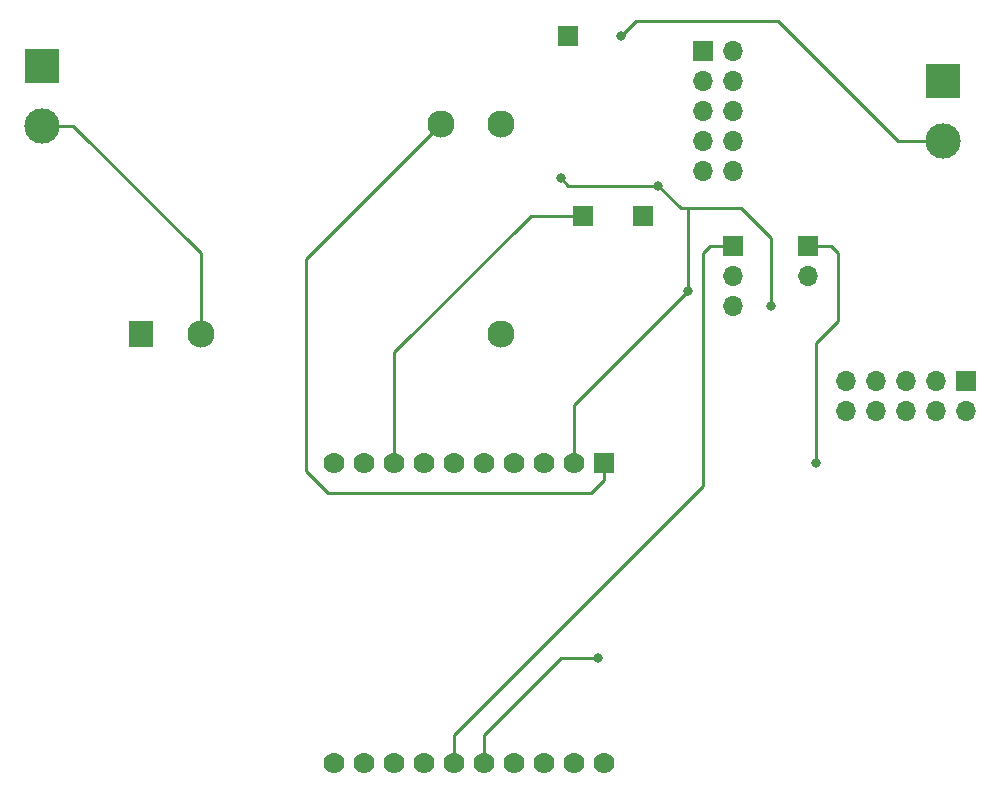
<source format=gbl>
G04 #@! TF.GenerationSoftware,KiCad,Pcbnew,(6.0.0-0)*
G04 #@! TF.CreationDate,2022-10-12T14:44:47+02:00*
G04 #@! TF.ProjectId,prototype-2,70726f74-6f74-4797-9065-2d322e6b6963,rev?*
G04 #@! TF.SameCoordinates,Original*
G04 #@! TF.FileFunction,Copper,L2,Bot*
G04 #@! TF.FilePolarity,Positive*
%FSLAX46Y46*%
G04 Gerber Fmt 4.6, Leading zero omitted, Abs format (unit mm)*
G04 Created by KiCad (PCBNEW (6.0.0-0)) date 2022-10-12 14:44:47*
%MOMM*%
%LPD*%
G01*
G04 APERTURE LIST*
G04 #@! TA.AperFunction,ComponentPad*
%ADD10R,1.700000X1.700000*%
G04 #@! TD*
G04 #@! TA.AperFunction,ComponentPad*
%ADD11O,1.700000X1.700000*%
G04 #@! TD*
G04 #@! TA.AperFunction,ComponentPad*
%ADD12R,1.778000X1.778000*%
G04 #@! TD*
G04 #@! TA.AperFunction,ComponentPad*
%ADD13C,1.778000*%
G04 #@! TD*
G04 #@! TA.AperFunction,ComponentPad*
%ADD14R,2.000000X2.300000*%
G04 #@! TD*
G04 #@! TA.AperFunction,ComponentPad*
%ADD15C,2.300000*%
G04 #@! TD*
G04 #@! TA.AperFunction,ComponentPad*
%ADD16R,3.000000X3.000000*%
G04 #@! TD*
G04 #@! TA.AperFunction,ComponentPad*
%ADD17C,3.000000*%
G04 #@! TD*
G04 #@! TA.AperFunction,ViaPad*
%ADD18C,0.800000*%
G04 #@! TD*
G04 #@! TA.AperFunction,Conductor*
%ADD19C,0.250000*%
G04 #@! TD*
G04 APERTURE END LIST*
D10*
X176530000Y-71115000D03*
D11*
X176530000Y-73655000D03*
D10*
X156210000Y-53340000D03*
X167640000Y-54610000D03*
D11*
X170180000Y-54610000D03*
X167640000Y-57150000D03*
X170180000Y-57150000D03*
X167640000Y-59690000D03*
X170180000Y-59690000D03*
X167640000Y-62230000D03*
X170180000Y-62230000D03*
X167640000Y-64770000D03*
X170180000Y-64770000D03*
D12*
X159255000Y-89495000D03*
D13*
X156715000Y-89495000D03*
X154175000Y-89495000D03*
X151635000Y-89495000D03*
X149095000Y-89495000D03*
X146555000Y-89495000D03*
X144015000Y-89495000D03*
X141475000Y-89495000D03*
X138935000Y-89495000D03*
X136395000Y-89495000D03*
X136395000Y-114895000D03*
X138935000Y-114895000D03*
X141475000Y-114895000D03*
X144015000Y-114895000D03*
X146555000Y-114895000D03*
X149095000Y-114895000D03*
X151635000Y-114895000D03*
X154175000Y-114895000D03*
X156715000Y-114895000D03*
X159255000Y-114895000D03*
D10*
X162560000Y-68580000D03*
D14*
X120015000Y-78597500D03*
D15*
X125095000Y-78597500D03*
X150495000Y-78597500D03*
X150495000Y-60817500D03*
X145415000Y-60817500D03*
D10*
X189865000Y-82550000D03*
D11*
X189865000Y-85090000D03*
X187325000Y-82550000D03*
X187325000Y-85090000D03*
X184785000Y-82550000D03*
X184785000Y-85090000D03*
X182245000Y-82550000D03*
X182245000Y-85090000D03*
X179705000Y-82550000D03*
X179705000Y-85090000D03*
D10*
X157480000Y-68580000D03*
X170180000Y-71135000D03*
D11*
X170180000Y-73675000D03*
X170180000Y-76215000D03*
D16*
X187960000Y-57150000D03*
D17*
X187960000Y-62230000D03*
D16*
X111625000Y-55880000D03*
D17*
X111625000Y-60960000D03*
D18*
X166370000Y-74930000D03*
X163830000Y-66040000D03*
X155575000Y-65405000D03*
X173355000Y-76200000D03*
X177165000Y-89535000D03*
X160655000Y-53340000D03*
X158750000Y-106045000D03*
D19*
X141475000Y-80140000D02*
X141475000Y-89495000D01*
X153035000Y-68580000D02*
X141475000Y-80140000D01*
X157480000Y-68580000D02*
X153035000Y-68580000D01*
X158115000Y-92075000D02*
X159255000Y-90935000D01*
X158115000Y-92075000D02*
X135890000Y-92075000D01*
X135890000Y-92075000D02*
X133985000Y-90170000D01*
X133985000Y-90170000D02*
X133985000Y-72247500D01*
X159255000Y-90935000D02*
X159255000Y-89495000D01*
X133985000Y-72247500D02*
X145415000Y-60817500D01*
X166370000Y-74930000D02*
X156715000Y-84585000D01*
X156210000Y-66040000D02*
X155575000Y-65405000D01*
X163830000Y-66040000D02*
X156210000Y-66040000D01*
X173355000Y-76200000D02*
X173355000Y-70485000D01*
X156715000Y-84585000D02*
X156715000Y-89495000D01*
X165735000Y-67945000D02*
X170815000Y-67945000D01*
X173355000Y-70485000D02*
X170815000Y-67945000D01*
X166370000Y-74930000D02*
X166370000Y-67945000D01*
X165735000Y-67945000D02*
X163830000Y-66040000D01*
X111625000Y-60960000D02*
X114300000Y-60960000D01*
X114300000Y-60960000D02*
X125095000Y-71755000D01*
X125095000Y-71755000D02*
X125095000Y-78597500D01*
X176530000Y-71115000D02*
X178430000Y-71115000D01*
X177165000Y-79375000D02*
X177165000Y-89535000D01*
X179070000Y-71755000D02*
X179070000Y-77470000D01*
X179070000Y-77470000D02*
X177165000Y-79375000D01*
X178430000Y-71115000D02*
X179070000Y-71755000D01*
X184150000Y-62230000D02*
X173990000Y-52070000D01*
X161925000Y-52070000D02*
X160655000Y-53340000D01*
X187960000Y-62230000D02*
X184150000Y-62230000D01*
X173990000Y-52070000D02*
X161925000Y-52070000D01*
X149095000Y-112525000D02*
X149095000Y-114895000D01*
X158750000Y-106045000D02*
X155575000Y-106045000D01*
X155575000Y-106045000D02*
X149095000Y-112525000D01*
X146555000Y-112525000D02*
X146555000Y-114895000D01*
X170180000Y-71135000D02*
X168260000Y-71135000D01*
X167640000Y-71755000D02*
X167640000Y-91440000D01*
X168260000Y-71135000D02*
X167640000Y-71755000D01*
X167640000Y-91440000D02*
X146555000Y-112525000D01*
M02*

</source>
